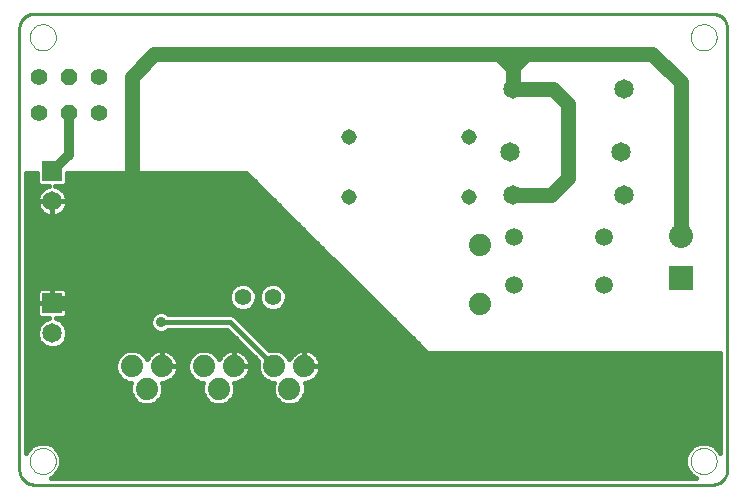
<source format=gbl>
G75*
G70*
%OFA0B0*%
%FSLAX24Y24*%
%IPPOS*%
%LPD*%
%AMOC8*
5,1,8,0,0,1.08239X$1,22.5*
%
%ADD10C,0.0100*%
%ADD11C,0.0000*%
%ADD12C,0.0650*%
%ADD13C,0.0740*%
%ADD14C,0.0594*%
%ADD15C,0.0560*%
%ADD16R,0.0650X0.0650*%
%ADD17OC8,0.0560*%
%ADD18C,0.0516*%
%ADD19R,0.0800X0.0800*%
%ADD20C,0.0800*%
%ADD21C,0.0160*%
%ADD22C,0.0350*%
%ADD23C,0.0500*%
%ADD24C,0.0320*%
D10*
X001387Y001081D02*
X023987Y001081D01*
X024031Y001083D01*
X024074Y001089D01*
X024116Y001098D01*
X024158Y001111D01*
X024198Y001128D01*
X024237Y001148D01*
X024274Y001171D01*
X024308Y001198D01*
X024341Y001227D01*
X024370Y001260D01*
X024397Y001294D01*
X024420Y001331D01*
X024440Y001370D01*
X024457Y001410D01*
X024470Y001452D01*
X024479Y001494D01*
X024485Y001537D01*
X024487Y001581D01*
X024487Y016281D01*
X024485Y016325D01*
X024479Y016368D01*
X024470Y016410D01*
X024457Y016452D01*
X024440Y016492D01*
X024420Y016531D01*
X024397Y016568D01*
X024370Y016602D01*
X024341Y016635D01*
X024308Y016664D01*
X024274Y016691D01*
X024237Y016714D01*
X024198Y016734D01*
X024158Y016751D01*
X024116Y016764D01*
X024074Y016773D01*
X024031Y016779D01*
X023987Y016781D01*
X001387Y016781D01*
X001343Y016779D01*
X001300Y016773D01*
X001258Y016764D01*
X001216Y016751D01*
X001176Y016734D01*
X001137Y016714D01*
X001100Y016691D01*
X001066Y016664D01*
X001033Y016635D01*
X001004Y016602D01*
X000977Y016568D01*
X000954Y016531D01*
X000934Y016492D01*
X000917Y016452D01*
X000904Y016410D01*
X000895Y016368D01*
X000889Y016325D01*
X000887Y016281D01*
X000887Y001581D01*
X000889Y001537D01*
X000895Y001494D01*
X000904Y001452D01*
X000917Y001410D01*
X000934Y001370D01*
X000954Y001331D01*
X000977Y001294D01*
X001004Y001260D01*
X001033Y001227D01*
X001066Y001198D01*
X001100Y001171D01*
X001137Y001148D01*
X001176Y001128D01*
X001216Y001111D01*
X001258Y001098D01*
X001300Y001089D01*
X001343Y001083D01*
X001387Y001081D01*
D11*
X001241Y001868D02*
X001243Y001909D01*
X001249Y001950D01*
X001259Y001990D01*
X001272Y002029D01*
X001289Y002066D01*
X001310Y002102D01*
X001334Y002136D01*
X001361Y002167D01*
X001390Y002195D01*
X001423Y002221D01*
X001457Y002243D01*
X001494Y002262D01*
X001532Y002277D01*
X001572Y002289D01*
X001612Y002297D01*
X001653Y002301D01*
X001695Y002301D01*
X001736Y002297D01*
X001776Y002289D01*
X001816Y002277D01*
X001854Y002262D01*
X001890Y002243D01*
X001925Y002221D01*
X001958Y002195D01*
X001987Y002167D01*
X002014Y002136D01*
X002038Y002102D01*
X002059Y002066D01*
X002076Y002029D01*
X002089Y001990D01*
X002099Y001950D01*
X002105Y001909D01*
X002107Y001868D01*
X002105Y001827D01*
X002099Y001786D01*
X002089Y001746D01*
X002076Y001707D01*
X002059Y001670D01*
X002038Y001634D01*
X002014Y001600D01*
X001987Y001569D01*
X001958Y001541D01*
X001925Y001515D01*
X001891Y001493D01*
X001854Y001474D01*
X001816Y001459D01*
X001776Y001447D01*
X001736Y001439D01*
X001695Y001435D01*
X001653Y001435D01*
X001612Y001439D01*
X001572Y001447D01*
X001532Y001459D01*
X001494Y001474D01*
X001458Y001493D01*
X001423Y001515D01*
X001390Y001541D01*
X001361Y001569D01*
X001334Y001600D01*
X001310Y001634D01*
X001289Y001670D01*
X001272Y001707D01*
X001259Y001746D01*
X001249Y001786D01*
X001243Y001827D01*
X001241Y001868D01*
X023266Y001868D02*
X023268Y001909D01*
X023274Y001950D01*
X023284Y001990D01*
X023297Y002029D01*
X023314Y002066D01*
X023335Y002102D01*
X023359Y002136D01*
X023386Y002167D01*
X023415Y002195D01*
X023448Y002221D01*
X023482Y002243D01*
X023519Y002262D01*
X023557Y002277D01*
X023597Y002289D01*
X023637Y002297D01*
X023678Y002301D01*
X023720Y002301D01*
X023761Y002297D01*
X023801Y002289D01*
X023841Y002277D01*
X023879Y002262D01*
X023915Y002243D01*
X023950Y002221D01*
X023983Y002195D01*
X024012Y002167D01*
X024039Y002136D01*
X024063Y002102D01*
X024084Y002066D01*
X024101Y002029D01*
X024114Y001990D01*
X024124Y001950D01*
X024130Y001909D01*
X024132Y001868D01*
X024130Y001827D01*
X024124Y001786D01*
X024114Y001746D01*
X024101Y001707D01*
X024084Y001670D01*
X024063Y001634D01*
X024039Y001600D01*
X024012Y001569D01*
X023983Y001541D01*
X023950Y001515D01*
X023916Y001493D01*
X023879Y001474D01*
X023841Y001459D01*
X023801Y001447D01*
X023761Y001439D01*
X023720Y001435D01*
X023678Y001435D01*
X023637Y001439D01*
X023597Y001447D01*
X023557Y001459D01*
X023519Y001474D01*
X023483Y001493D01*
X023448Y001515D01*
X023415Y001541D01*
X023386Y001569D01*
X023359Y001600D01*
X023335Y001634D01*
X023314Y001670D01*
X023297Y001707D01*
X023284Y001746D01*
X023274Y001786D01*
X023268Y001827D01*
X023266Y001868D01*
X023266Y015994D02*
X023268Y016035D01*
X023274Y016076D01*
X023284Y016116D01*
X023297Y016155D01*
X023314Y016192D01*
X023335Y016228D01*
X023359Y016262D01*
X023386Y016293D01*
X023415Y016321D01*
X023448Y016347D01*
X023482Y016369D01*
X023519Y016388D01*
X023557Y016403D01*
X023597Y016415D01*
X023637Y016423D01*
X023678Y016427D01*
X023720Y016427D01*
X023761Y016423D01*
X023801Y016415D01*
X023841Y016403D01*
X023879Y016388D01*
X023915Y016369D01*
X023950Y016347D01*
X023983Y016321D01*
X024012Y016293D01*
X024039Y016262D01*
X024063Y016228D01*
X024084Y016192D01*
X024101Y016155D01*
X024114Y016116D01*
X024124Y016076D01*
X024130Y016035D01*
X024132Y015994D01*
X024130Y015953D01*
X024124Y015912D01*
X024114Y015872D01*
X024101Y015833D01*
X024084Y015796D01*
X024063Y015760D01*
X024039Y015726D01*
X024012Y015695D01*
X023983Y015667D01*
X023950Y015641D01*
X023916Y015619D01*
X023879Y015600D01*
X023841Y015585D01*
X023801Y015573D01*
X023761Y015565D01*
X023720Y015561D01*
X023678Y015561D01*
X023637Y015565D01*
X023597Y015573D01*
X023557Y015585D01*
X023519Y015600D01*
X023483Y015619D01*
X023448Y015641D01*
X023415Y015667D01*
X023386Y015695D01*
X023359Y015726D01*
X023335Y015760D01*
X023314Y015796D01*
X023297Y015833D01*
X023284Y015872D01*
X023274Y015912D01*
X023268Y015953D01*
X023266Y015994D01*
X001241Y015994D02*
X001243Y016035D01*
X001249Y016076D01*
X001259Y016116D01*
X001272Y016155D01*
X001289Y016192D01*
X001310Y016228D01*
X001334Y016262D01*
X001361Y016293D01*
X001390Y016321D01*
X001423Y016347D01*
X001457Y016369D01*
X001494Y016388D01*
X001532Y016403D01*
X001572Y016415D01*
X001612Y016423D01*
X001653Y016427D01*
X001695Y016427D01*
X001736Y016423D01*
X001776Y016415D01*
X001816Y016403D01*
X001854Y016388D01*
X001890Y016369D01*
X001925Y016347D01*
X001958Y016321D01*
X001987Y016293D01*
X002014Y016262D01*
X002038Y016228D01*
X002059Y016192D01*
X002076Y016155D01*
X002089Y016116D01*
X002099Y016076D01*
X002105Y016035D01*
X002107Y015994D01*
X002105Y015953D01*
X002099Y015912D01*
X002089Y015872D01*
X002076Y015833D01*
X002059Y015796D01*
X002038Y015760D01*
X002014Y015726D01*
X001987Y015695D01*
X001958Y015667D01*
X001925Y015641D01*
X001891Y015619D01*
X001854Y015600D01*
X001816Y015585D01*
X001776Y015573D01*
X001736Y015565D01*
X001695Y015561D01*
X001653Y015561D01*
X001612Y015565D01*
X001572Y015573D01*
X001532Y015585D01*
X001494Y015600D01*
X001458Y015619D01*
X001423Y015641D01*
X001390Y015667D01*
X001361Y015695D01*
X001334Y015726D01*
X001310Y015760D01*
X001289Y015796D01*
X001272Y015833D01*
X001259Y015872D01*
X001249Y015912D01*
X001243Y015953D01*
X001241Y015994D01*
D12*
X001987Y010531D03*
X001987Y006131D03*
X017337Y010731D03*
X017237Y012181D03*
X020937Y012181D03*
X021037Y010731D03*
X021037Y014281D03*
X017337Y014281D03*
D13*
X016237Y009065D03*
X016237Y007097D03*
X010387Y005031D03*
X009387Y005031D03*
X008037Y005031D03*
X007037Y005031D03*
X005637Y005031D03*
X004637Y005031D03*
X005137Y004281D03*
X007537Y004281D03*
X009887Y004281D03*
D14*
X017387Y007731D03*
X020387Y007731D03*
X020387Y009331D03*
X017387Y009331D03*
D15*
X009337Y007331D03*
X008337Y007331D03*
X003537Y013481D03*
X001537Y013481D03*
X001537Y014681D03*
X003537Y014681D03*
D16*
X001987Y011531D03*
X001987Y007131D03*
D17*
X002537Y013481D03*
X002537Y014681D03*
D18*
X011887Y012681D03*
X015887Y012681D03*
X015887Y010681D03*
X011887Y010681D03*
D19*
X022937Y007981D03*
D20*
X022937Y009381D03*
D21*
X013845Y006114D02*
X008672Y006114D01*
X008830Y005955D02*
X014004Y005955D01*
X014164Y005797D02*
X008989Y005797D01*
X009147Y005638D02*
X014324Y005638D01*
X014482Y005481D02*
X024257Y005481D01*
X024257Y002125D01*
X024219Y002216D01*
X024046Y002388D01*
X023821Y002481D01*
X023577Y002481D01*
X023352Y002388D01*
X023179Y002216D01*
X023086Y001990D01*
X023086Y001746D01*
X023179Y001521D01*
X023352Y001349D01*
X023443Y001311D01*
X001930Y001311D01*
X002021Y001349D01*
X002194Y001521D01*
X002287Y001746D01*
X002287Y001990D01*
X002194Y002216D01*
X002021Y002388D01*
X001796Y002481D01*
X001552Y002481D01*
X001327Y002388D01*
X001154Y002216D01*
X001117Y002125D01*
X001117Y011481D01*
X001482Y011481D01*
X001482Y011131D01*
X001587Y011026D01*
X001884Y011026D01*
X001868Y011024D01*
X001793Y010999D01*
X001722Y010963D01*
X001658Y010916D01*
X001601Y010860D01*
X001555Y010796D01*
X001519Y010725D01*
X001494Y010649D01*
X001482Y010571D01*
X001482Y010531D01*
X001482Y010491D01*
X001494Y010413D01*
X001519Y010337D01*
X001555Y010266D01*
X001601Y010202D01*
X001658Y010146D01*
X001722Y010099D01*
X001793Y010063D01*
X001868Y010038D01*
X001947Y010026D01*
X001986Y010026D01*
X001986Y010531D01*
X001482Y010531D01*
X001986Y010531D01*
X001986Y010531D01*
X001987Y010531D01*
X002492Y010531D01*
X002492Y010571D01*
X002479Y010649D01*
X002455Y010725D01*
X002419Y010796D01*
X002372Y010860D01*
X002316Y010916D01*
X002251Y010963D01*
X002180Y010999D01*
X002105Y011024D01*
X002089Y011026D01*
X002386Y011026D01*
X002492Y011131D01*
X002492Y011481D01*
X008437Y011481D01*
X008437Y011477D01*
X014482Y005481D01*
X013685Y006272D02*
X008513Y006272D01*
X008355Y006431D02*
X013525Y006431D01*
X013365Y006589D02*
X008196Y006589D01*
X008059Y006726D02*
X007963Y006766D01*
X007860Y006766D01*
X005854Y006766D01*
X005813Y006807D01*
X005682Y006861D01*
X005541Y006861D01*
X005411Y006807D01*
X005311Y006707D01*
X005257Y006577D01*
X005257Y006435D01*
X005311Y006305D01*
X005411Y006205D01*
X005541Y006151D01*
X005682Y006151D01*
X005813Y006205D01*
X005854Y006246D01*
X007804Y006246D01*
X008858Y005192D01*
X008837Y005140D01*
X008837Y004922D01*
X008920Y004719D01*
X009075Y004565D01*
X009277Y004481D01*
X009374Y004481D01*
X009337Y004390D01*
X009337Y004172D01*
X009420Y003969D01*
X009575Y003815D01*
X009777Y003731D01*
X009996Y003731D01*
X010198Y003815D01*
X010353Y003969D01*
X010437Y004172D01*
X010437Y004390D01*
X010399Y004481D01*
X010430Y004481D01*
X010515Y004495D01*
X010598Y004521D01*
X010675Y004561D01*
X010745Y004611D01*
X010806Y004673D01*
X010857Y004743D01*
X010896Y004820D01*
X010923Y004902D01*
X010937Y004988D01*
X010937Y005031D01*
X010937Y005074D01*
X010923Y005160D01*
X010896Y005242D01*
X010857Y005319D01*
X010806Y005389D01*
X010745Y005451D01*
X010675Y005501D01*
X010598Y005541D01*
X010515Y005567D01*
X010430Y005581D01*
X010387Y005581D01*
X010387Y005031D01*
X010937Y005031D01*
X010387Y005031D01*
X010387Y005031D01*
X010386Y005031D01*
X010386Y005581D01*
X010343Y005581D01*
X010258Y005567D01*
X010175Y005541D01*
X010098Y005501D01*
X010028Y005451D01*
X009967Y005389D01*
X009916Y005319D01*
X009887Y005261D01*
X009853Y005343D01*
X009698Y005497D01*
X009496Y005581D01*
X009277Y005581D01*
X009226Y005560D01*
X008059Y006726D01*
X008007Y006748D02*
X013205Y006748D01*
X013045Y006906D02*
X009513Y006906D01*
X009597Y006941D02*
X009727Y007070D01*
X009797Y007239D01*
X009797Y007423D01*
X009727Y007592D01*
X009597Y007721D01*
X009428Y007791D01*
X009245Y007791D01*
X009076Y007721D01*
X008947Y007592D01*
X008877Y007423D01*
X008877Y007239D01*
X008947Y007070D01*
X009076Y006941D01*
X009245Y006871D01*
X009428Y006871D01*
X009597Y006941D01*
X009721Y007065D02*
X012885Y007065D01*
X012725Y007223D02*
X009790Y007223D01*
X009797Y007382D02*
X012566Y007382D01*
X012406Y007541D02*
X009748Y007541D01*
X009619Y007699D02*
X012246Y007699D01*
X012086Y007858D02*
X001117Y007858D01*
X001117Y008016D02*
X011926Y008016D01*
X011766Y008175D02*
X001117Y008175D01*
X001117Y008333D02*
X011606Y008333D01*
X011447Y008492D02*
X001117Y008492D01*
X001117Y008650D02*
X011287Y008650D01*
X011127Y008809D02*
X001117Y008809D01*
X001117Y008967D02*
X010967Y008967D01*
X010807Y009126D02*
X001117Y009126D01*
X001117Y009285D02*
X010647Y009285D01*
X010487Y009443D02*
X001117Y009443D01*
X001117Y009602D02*
X010328Y009602D01*
X010168Y009760D02*
X001117Y009760D01*
X001117Y009919D02*
X010008Y009919D01*
X009848Y010077D02*
X002208Y010077D01*
X002180Y010063D02*
X002251Y010099D01*
X002316Y010146D01*
X002372Y010202D01*
X002419Y010266D01*
X002455Y010337D01*
X002479Y010413D01*
X002492Y010491D01*
X002492Y010531D01*
X001987Y010531D01*
X001987Y010531D01*
X001987Y010026D01*
X002026Y010026D01*
X002105Y010038D01*
X002180Y010063D01*
X001987Y010077D02*
X001986Y010077D01*
X001986Y010236D02*
X001987Y010236D01*
X001986Y010394D02*
X001987Y010394D01*
X002396Y010236D02*
X009688Y010236D01*
X009528Y010394D02*
X002473Y010394D01*
X002492Y010553D02*
X009368Y010553D01*
X009208Y010711D02*
X002459Y010711D01*
X002362Y010870D02*
X009049Y010870D01*
X008889Y011029D02*
X002389Y011029D01*
X002492Y011187D02*
X008729Y011187D01*
X008569Y011346D02*
X002492Y011346D01*
X001585Y011029D02*
X001117Y011029D01*
X001117Y011187D02*
X001482Y011187D01*
X001482Y011346D02*
X001117Y011346D01*
X001117Y010870D02*
X001611Y010870D01*
X001514Y010711D02*
X001117Y010711D01*
X001117Y010553D02*
X001482Y010553D01*
X001500Y010394D02*
X001117Y010394D01*
X001117Y010236D02*
X001577Y010236D01*
X001765Y010077D02*
X001117Y010077D01*
X001117Y007699D02*
X008054Y007699D01*
X008076Y007721D02*
X007947Y007592D01*
X007877Y007423D01*
X007877Y007239D01*
X007947Y007070D01*
X008076Y006941D01*
X008245Y006871D01*
X008428Y006871D01*
X008597Y006941D01*
X008727Y007070D01*
X008797Y007239D01*
X008797Y007423D01*
X008727Y007592D01*
X008597Y007721D01*
X008428Y007791D01*
X008245Y007791D01*
X008076Y007721D01*
X007926Y007541D02*
X002471Y007541D01*
X002479Y007525D02*
X002456Y007567D01*
X002422Y007600D01*
X002381Y007624D01*
X002335Y007636D01*
X001994Y007636D01*
X001994Y007139D01*
X001979Y007139D01*
X001979Y007636D01*
X001638Y007636D01*
X001592Y007624D01*
X001551Y007600D01*
X001518Y007567D01*
X001494Y007525D01*
X001482Y007480D01*
X001482Y007139D01*
X001979Y007139D01*
X001979Y007123D01*
X001482Y007123D01*
X001482Y006782D01*
X001494Y006737D01*
X001518Y006695D01*
X001551Y006662D01*
X001592Y006638D01*
X001638Y006626D01*
X001862Y006626D01*
X001701Y006559D01*
X001559Y006417D01*
X001482Y006231D01*
X001482Y006031D01*
X001559Y005845D01*
X001701Y005703D01*
X001886Y005626D01*
X002087Y005626D01*
X002273Y005703D01*
X002415Y005845D01*
X002492Y006031D01*
X002492Y006231D01*
X002415Y006417D01*
X002273Y006559D01*
X002111Y006626D01*
X002335Y006626D01*
X002381Y006638D01*
X002422Y006662D01*
X002456Y006695D01*
X002479Y006737D01*
X002492Y006782D01*
X002492Y007123D01*
X001994Y007123D01*
X001994Y007139D01*
X002492Y007139D01*
X002492Y007480D01*
X002479Y007525D01*
X002492Y007382D02*
X007877Y007382D01*
X007883Y007223D02*
X002492Y007223D01*
X002492Y007065D02*
X007952Y007065D01*
X008160Y006906D02*
X002492Y006906D01*
X002482Y006748D02*
X005351Y006748D01*
X005262Y006589D02*
X002200Y006589D01*
X002401Y006431D02*
X005259Y006431D01*
X005343Y006272D02*
X002475Y006272D01*
X002492Y006114D02*
X007936Y006114D01*
X008095Y005955D02*
X002460Y005955D01*
X002366Y005797D02*
X008253Y005797D01*
X008412Y005638D02*
X002116Y005638D01*
X001857Y005638D02*
X001117Y005638D01*
X001117Y005479D02*
X004307Y005479D01*
X004325Y005497D02*
X004170Y005343D01*
X004087Y005140D01*
X004087Y004922D01*
X004170Y004719D01*
X004325Y004565D01*
X004527Y004481D01*
X004624Y004481D01*
X004587Y004390D01*
X004587Y004172D01*
X004670Y003969D01*
X004825Y003815D01*
X005027Y003731D01*
X005246Y003731D01*
X005448Y003815D01*
X005603Y003969D01*
X005687Y004172D01*
X005687Y004390D01*
X005649Y004481D01*
X005680Y004481D01*
X005765Y004495D01*
X005848Y004521D01*
X005925Y004561D01*
X005995Y004611D01*
X006056Y004673D01*
X006107Y004743D01*
X006146Y004820D01*
X006173Y004902D01*
X006187Y004988D01*
X006187Y005031D01*
X006187Y005074D01*
X006173Y005160D01*
X006146Y005242D01*
X006107Y005319D01*
X006056Y005389D01*
X005995Y005451D01*
X005925Y005501D01*
X005848Y005541D01*
X005765Y005567D01*
X005680Y005581D01*
X005637Y005581D01*
X005637Y005031D01*
X006187Y005031D01*
X005637Y005031D01*
X005637Y005031D01*
X005636Y005031D01*
X005636Y005581D01*
X005593Y005581D01*
X005508Y005567D01*
X005425Y005541D01*
X005348Y005501D01*
X005278Y005451D01*
X005217Y005389D01*
X005166Y005319D01*
X005137Y005261D01*
X005103Y005343D01*
X004948Y005497D01*
X004746Y005581D01*
X004527Y005581D01*
X004325Y005497D01*
X004161Y005321D02*
X001117Y005321D01*
X001117Y005162D02*
X004096Y005162D01*
X004087Y005004D02*
X001117Y005004D01*
X001117Y004845D02*
X004118Y004845D01*
X004203Y004687D02*
X001117Y004687D01*
X001117Y004528D02*
X004413Y004528D01*
X004587Y004370D02*
X001117Y004370D01*
X001117Y004211D02*
X004587Y004211D01*
X004636Y004053D02*
X001117Y004053D01*
X001117Y003894D02*
X004746Y003894D01*
X005016Y003736D02*
X001117Y003736D01*
X001117Y003577D02*
X024257Y003577D01*
X024257Y003736D02*
X010007Y003736D01*
X009766Y003736D02*
X007657Y003736D01*
X007646Y003731D02*
X007848Y003815D01*
X008003Y003969D01*
X008087Y004172D01*
X008087Y004390D01*
X008049Y004481D01*
X008080Y004481D01*
X008165Y004495D01*
X008248Y004521D01*
X008325Y004561D01*
X008395Y004611D01*
X008456Y004673D01*
X008507Y004743D01*
X008546Y004820D01*
X008573Y004902D01*
X008587Y004988D01*
X008587Y005031D01*
X008587Y005074D01*
X008573Y005160D01*
X008546Y005242D01*
X008507Y005319D01*
X008456Y005389D01*
X008395Y005451D01*
X008325Y005501D01*
X008248Y005541D01*
X008165Y005567D01*
X008080Y005581D01*
X008037Y005581D01*
X008037Y005031D01*
X008587Y005031D01*
X008037Y005031D01*
X008037Y005031D01*
X008036Y005031D01*
X008036Y005581D01*
X007993Y005581D01*
X007908Y005567D01*
X007825Y005541D01*
X007748Y005501D01*
X007678Y005451D01*
X007617Y005389D01*
X007566Y005319D01*
X007537Y005261D01*
X007503Y005343D01*
X007348Y005497D01*
X007146Y005581D01*
X006927Y005581D01*
X006725Y005497D01*
X006570Y005343D01*
X006487Y005140D01*
X006487Y004922D01*
X006570Y004719D01*
X006725Y004565D01*
X006927Y004481D01*
X007024Y004481D01*
X006987Y004390D01*
X006987Y004172D01*
X007070Y003969D01*
X007225Y003815D01*
X007427Y003731D01*
X007646Y003731D01*
X007416Y003736D02*
X005257Y003736D01*
X005527Y003894D02*
X007146Y003894D01*
X007036Y004053D02*
X005637Y004053D01*
X005687Y004211D02*
X006987Y004211D01*
X006987Y004370D02*
X005687Y004370D01*
X005861Y004528D02*
X006813Y004528D01*
X006603Y004687D02*
X006066Y004687D01*
X006155Y004845D02*
X006518Y004845D01*
X006487Y005004D02*
X006187Y005004D01*
X006172Y005162D02*
X006496Y005162D01*
X006561Y005321D02*
X006106Y005321D01*
X005955Y005479D02*
X006707Y005479D01*
X007366Y005479D02*
X007718Y005479D01*
X007567Y005321D02*
X007512Y005321D01*
X008036Y005321D02*
X008037Y005321D01*
X008036Y005479D02*
X008037Y005479D01*
X008355Y005479D02*
X008570Y005479D01*
X008506Y005321D02*
X008729Y005321D01*
X008846Y005162D02*
X008572Y005162D01*
X008587Y005004D02*
X008837Y005004D01*
X008868Y004845D02*
X008555Y004845D01*
X008466Y004687D02*
X008953Y004687D01*
X009163Y004528D02*
X008261Y004528D01*
X008087Y004370D02*
X009337Y004370D01*
X009337Y004211D02*
X008087Y004211D01*
X008037Y004053D02*
X009386Y004053D01*
X009496Y003894D02*
X007927Y003894D01*
X010277Y003894D02*
X024257Y003894D01*
X024257Y004053D02*
X010387Y004053D01*
X010437Y004211D02*
X024257Y004211D01*
X024257Y004370D02*
X010437Y004370D01*
X010611Y004528D02*
X024257Y004528D01*
X024257Y004687D02*
X010816Y004687D01*
X010905Y004845D02*
X024257Y004845D01*
X024257Y005004D02*
X010937Y005004D01*
X010922Y005162D02*
X024257Y005162D01*
X024257Y005321D02*
X010856Y005321D01*
X010705Y005479D02*
X024257Y005479D01*
X024257Y003418D02*
X001117Y003418D01*
X001117Y003260D02*
X024257Y003260D01*
X024257Y003101D02*
X001117Y003101D01*
X001117Y002943D02*
X024257Y002943D01*
X024257Y002784D02*
X001117Y002784D01*
X001117Y002626D02*
X024257Y002626D01*
X024257Y002467D02*
X023856Y002467D01*
X024126Y002309D02*
X024257Y002309D01*
X024246Y002150D02*
X024257Y002150D01*
X023543Y002467D02*
X001830Y002467D01*
X001518Y002467D02*
X001117Y002467D01*
X001117Y002309D02*
X001247Y002309D01*
X001127Y002150D02*
X001117Y002150D01*
X002101Y002309D02*
X023272Y002309D01*
X023152Y002150D02*
X002221Y002150D01*
X002287Y001992D02*
X023087Y001992D01*
X023086Y001833D02*
X002287Y001833D01*
X002257Y001674D02*
X023116Y001674D01*
X023185Y001516D02*
X002188Y001516D01*
X002030Y001357D02*
X023343Y001357D01*
X010387Y005162D02*
X010386Y005162D01*
X010386Y005321D02*
X010387Y005321D01*
X010386Y005479D02*
X010387Y005479D01*
X010068Y005479D02*
X009716Y005479D01*
X009862Y005321D02*
X009917Y005321D01*
X009387Y005031D02*
X007912Y006506D01*
X005612Y006506D01*
X005636Y005479D02*
X005637Y005479D01*
X005636Y005321D02*
X005637Y005321D01*
X005636Y005162D02*
X005637Y005162D01*
X005167Y005321D02*
X005112Y005321D01*
X004966Y005479D02*
X005318Y005479D01*
X008036Y005162D02*
X008037Y005162D01*
X008513Y006906D02*
X009160Y006906D01*
X008952Y007065D02*
X008721Y007065D01*
X008790Y007223D02*
X008883Y007223D01*
X008877Y007382D02*
X008797Y007382D01*
X008748Y007541D02*
X008926Y007541D01*
X009054Y007699D02*
X008619Y007699D01*
X001994Y007541D02*
X001979Y007541D01*
X001979Y007382D02*
X001994Y007382D01*
X001979Y007223D02*
X001994Y007223D01*
X001482Y007223D02*
X001117Y007223D01*
X001117Y007065D02*
X001482Y007065D01*
X001482Y006906D02*
X001117Y006906D01*
X001117Y006748D02*
X001491Y006748D01*
X001774Y006589D02*
X001117Y006589D01*
X001117Y006431D02*
X001572Y006431D01*
X001499Y006272D02*
X001117Y006272D01*
X001117Y006114D02*
X001482Y006114D01*
X001513Y005955D02*
X001117Y005955D01*
X001117Y005797D02*
X001607Y005797D01*
X001482Y007382D02*
X001117Y007382D01*
X001117Y007541D02*
X001503Y007541D01*
D22*
X001987Y008731D03*
X006737Y010631D03*
X004637Y010731D03*
X004637Y013681D03*
X006987Y006881D03*
X005612Y006506D03*
X003487Y002131D03*
X012887Y002081D03*
X021937Y002331D03*
D23*
X004637Y007981D02*
X003787Y007131D01*
X001987Y007131D01*
X004637Y007981D02*
X004637Y010731D01*
X004637Y013681D01*
X004637Y014681D01*
X005389Y015433D01*
X017337Y015433D01*
X017337Y015031D01*
X017387Y015031D01*
X017787Y015431D01*
X017337Y015433D02*
X021993Y015433D01*
X022937Y014490D01*
X022937Y009381D01*
X019193Y011319D02*
X018604Y010731D01*
X017337Y010731D01*
X019193Y011319D02*
X019193Y013782D01*
X018693Y014281D01*
X017337Y014281D01*
X017337Y014981D01*
X016887Y015431D01*
X017337Y015031D02*
X017337Y014981D01*
D24*
X002537Y013481D02*
X002537Y012081D01*
X001987Y011531D01*
M02*

</source>
